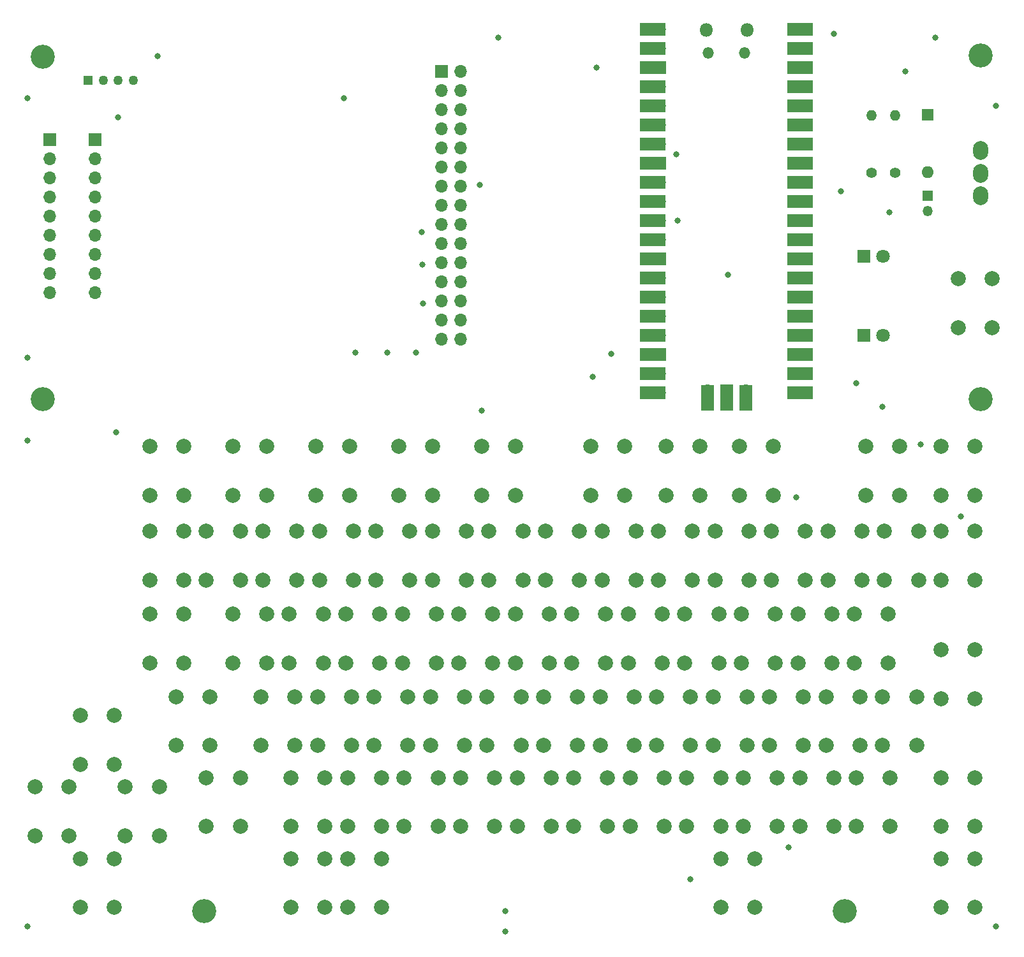
<source format=gts>
G04 #@! TF.GenerationSoftware,KiCad,Pcbnew,7.0.10*
G04 #@! TF.CreationDate,2024-04-20T09:04:07+09:00*
G04 #@! TF.ProjectId,msx0_keyboard,6d737830-5f6b-4657-9962-6f6172642e6b,rev?*
G04 #@! TF.SameCoordinates,PX30291a0PY2faf080*
G04 #@! TF.FileFunction,Soldermask,Top*
G04 #@! TF.FilePolarity,Negative*
%FSLAX46Y46*%
G04 Gerber Fmt 4.6, Leading zero omitted, Abs format (unit mm)*
G04 Created by KiCad (PCBNEW 7.0.10) date 2024-04-20 09:04:07*
%MOMM*%
%LPD*%
G01*
G04 APERTURE LIST*
%ADD10C,2.000000*%
%ADD11R,1.800000X1.800000*%
%ADD12C,1.800000*%
%ADD13C,1.400000*%
%ADD14O,1.400000X1.400000*%
%ADD15O,1.800000X1.800000*%
%ADD16O,1.500000X1.500000*%
%ADD17O,1.700000X1.700000*%
%ADD18R,3.500000X1.700000*%
%ADD19R,1.700000X1.700000*%
%ADD20R,1.700000X3.500000*%
%ADD21R,1.600000X1.600000*%
%ADD22O,1.600000X1.600000*%
%ADD23C,3.200000*%
%ADD24O,2.000000X2.500000*%
%ADD25R,1.270000X1.270000*%
%ADD26C,1.270000*%
%ADD27R,1.350000X1.350000*%
%ADD28O,1.350000X1.350000*%
%ADD29C,0.800000*%
G04 APERTURE END LIST*
D10*
X34000000Y-96500000D03*
X34000000Y-90000000D03*
X38500000Y-96500000D03*
X38500000Y-90000000D03*
X10000000Y-99000000D03*
X10000000Y-92500000D03*
X14500000Y-99000000D03*
X14500000Y-92500000D03*
X109000000Y-96500000D03*
X109000000Y-90000000D03*
X113500000Y-96500000D03*
X113500000Y-90000000D03*
D11*
X114000000Y-42000000D03*
D12*
X116540000Y-42000000D03*
D13*
X115006400Y-20408800D03*
D14*
X115006400Y-12788800D03*
D10*
X98000000Y-107250000D03*
X98000000Y-100750000D03*
X102500000Y-107250000D03*
X102500000Y-100750000D03*
X64250000Y-74500000D03*
X64250000Y-68000000D03*
X68750000Y-74500000D03*
X68750000Y-68000000D03*
D15*
X93050000Y-1500000D03*
D16*
X93350000Y-4530000D03*
X98200000Y-4530000D03*
D15*
X98500000Y-1500000D03*
D17*
X86885000Y-1370000D03*
D18*
X85985000Y-1370000D03*
D17*
X86885000Y-3910000D03*
D18*
X85985000Y-3910000D03*
D19*
X86885000Y-6450000D03*
D18*
X85985000Y-6450000D03*
D17*
X86885000Y-8990000D03*
D18*
X85985000Y-8990000D03*
D17*
X86885000Y-11530000D03*
D18*
X85985000Y-11530000D03*
D17*
X86885000Y-14070000D03*
D18*
X85985000Y-14070000D03*
D17*
X86885000Y-16610000D03*
D18*
X85985000Y-16610000D03*
D19*
X86885000Y-19150000D03*
D18*
X85985000Y-19150000D03*
D17*
X86885000Y-21690000D03*
D18*
X85985000Y-21690000D03*
D17*
X86885000Y-24230000D03*
D18*
X85985000Y-24230000D03*
D17*
X86885000Y-26770000D03*
D18*
X85985000Y-26770000D03*
D17*
X86885000Y-29310000D03*
D18*
X85985000Y-29310000D03*
D19*
X86885000Y-31850000D03*
D18*
X85985000Y-31850000D03*
D17*
X86885000Y-34390000D03*
D18*
X85985000Y-34390000D03*
D17*
X86885000Y-36930000D03*
D18*
X85985000Y-36930000D03*
D17*
X86885000Y-39470000D03*
D18*
X85985000Y-39470000D03*
D17*
X86885000Y-42010000D03*
D18*
X85985000Y-42010000D03*
D19*
X86885000Y-44550000D03*
D18*
X85985000Y-44550000D03*
D17*
X86885000Y-47090000D03*
D18*
X85985000Y-47090000D03*
D17*
X86885000Y-49630000D03*
D18*
X85985000Y-49630000D03*
D17*
X104665000Y-49630000D03*
D18*
X105565000Y-49630000D03*
D17*
X104665000Y-47090000D03*
D18*
X105565000Y-47090000D03*
D19*
X104665000Y-44550000D03*
D18*
X105565000Y-44550000D03*
D17*
X104665000Y-42010000D03*
D18*
X105565000Y-42010000D03*
D17*
X104665000Y-39470000D03*
D18*
X105565000Y-39470000D03*
D17*
X104665000Y-36930000D03*
D18*
X105565000Y-36930000D03*
D17*
X104665000Y-34390000D03*
D18*
X105565000Y-34390000D03*
D19*
X104665000Y-31850000D03*
D18*
X105565000Y-31850000D03*
D17*
X104665000Y-29310000D03*
D18*
X105565000Y-29310000D03*
D17*
X104665000Y-26770000D03*
D18*
X105565000Y-26770000D03*
D17*
X104665000Y-24230000D03*
D18*
X105565000Y-24230000D03*
D17*
X104665000Y-21690000D03*
D18*
X105565000Y-21690000D03*
D19*
X104665000Y-19150000D03*
D18*
X105565000Y-19150000D03*
D17*
X104665000Y-16610000D03*
D18*
X105565000Y-16610000D03*
D17*
X104665000Y-14070000D03*
D18*
X105565000Y-14070000D03*
D17*
X104665000Y-11530000D03*
D18*
X105565000Y-11530000D03*
D17*
X104665000Y-8990000D03*
D18*
X105565000Y-8990000D03*
D19*
X104665000Y-6450000D03*
D18*
X105565000Y-6450000D03*
D17*
X104665000Y-3910000D03*
D18*
X105565000Y-3910000D03*
D17*
X104665000Y-1370000D03*
D18*
X105565000Y-1370000D03*
D17*
X93235000Y-49400000D03*
D20*
X93235000Y-50300000D03*
D19*
X95775000Y-49400000D03*
D20*
X95775000Y-50300000D03*
D17*
X98315000Y-49400000D03*
D20*
X98315000Y-50300000D03*
D13*
X118156000Y-20459600D03*
D14*
X118156000Y-12839600D03*
D10*
X68000000Y-107250000D03*
X68000000Y-100750000D03*
X72500000Y-107250000D03*
X72500000Y-100750000D03*
X124250000Y-107250000D03*
X124250000Y-100750000D03*
X128750000Y-107250000D03*
X128750000Y-100750000D03*
X124250000Y-74500000D03*
X124250000Y-68000000D03*
X128750000Y-74500000D03*
X128750000Y-68000000D03*
X95000000Y-118000000D03*
X95000000Y-111500000D03*
X99500000Y-118000000D03*
X99500000Y-111500000D03*
X90250000Y-85500000D03*
X90250000Y-79000000D03*
X94750000Y-85500000D03*
X94750000Y-79000000D03*
D19*
X12000000Y-16000000D03*
D17*
X12000000Y-18540000D03*
X12000000Y-21080000D03*
X12000000Y-23620000D03*
X12000000Y-26160000D03*
X12000000Y-28700000D03*
X12000000Y-31240000D03*
X12000000Y-33780000D03*
X12000000Y-36320000D03*
D10*
X41500000Y-96500000D03*
X41500000Y-90000000D03*
X46000000Y-96500000D03*
X46000000Y-90000000D03*
X101500000Y-96500000D03*
X101500000Y-90000000D03*
X106000000Y-96500000D03*
X106000000Y-90000000D03*
X41750000Y-74500000D03*
X41750000Y-68000000D03*
X46250000Y-74500000D03*
X46250000Y-68000000D03*
X56500000Y-96500000D03*
X56500000Y-90000000D03*
X61000000Y-96500000D03*
X61000000Y-90000000D03*
X45250000Y-85500000D03*
X45250000Y-79000000D03*
X49750000Y-85500000D03*
X49750000Y-79000000D03*
X41250000Y-63250000D03*
X41250000Y-56750000D03*
X45750000Y-63250000D03*
X45750000Y-56750000D03*
X26750000Y-74500000D03*
X26750000Y-68000000D03*
X31250000Y-74500000D03*
X31250000Y-68000000D03*
D21*
X122500000Y-12690000D03*
D22*
X122500000Y-20310000D03*
D10*
X124250000Y-118000000D03*
X124250000Y-111500000D03*
X128750000Y-118000000D03*
X128750000Y-111500000D03*
X112750000Y-85500000D03*
X112750000Y-79000000D03*
X117250000Y-85500000D03*
X117250000Y-79000000D03*
X75250000Y-85500000D03*
X75250000Y-79000000D03*
X79750000Y-85500000D03*
X79750000Y-79000000D03*
X37750000Y-85500000D03*
X37750000Y-79000000D03*
X42250000Y-85500000D03*
X42250000Y-79000000D03*
X116500000Y-96500000D03*
X116500000Y-90000000D03*
X121000000Y-96500000D03*
X121000000Y-90000000D03*
D23*
X129500000Y-50500000D03*
D10*
X126500000Y-41000000D03*
X126500000Y-34500000D03*
X131000000Y-41000000D03*
X131000000Y-34500000D03*
X114250000Y-63250000D03*
X114250000Y-56750000D03*
X118750000Y-63250000D03*
X118750000Y-56750000D03*
D23*
X129500000Y-4880000D03*
D10*
X26750000Y-107250000D03*
X26750000Y-100750000D03*
X31250000Y-107250000D03*
X31250000Y-100750000D03*
X10000000Y-118000000D03*
X10000000Y-111500000D03*
X14500000Y-118000000D03*
X14500000Y-111500000D03*
X124250000Y-63250000D03*
X124250000Y-56750000D03*
X128750000Y-63250000D03*
X128750000Y-56750000D03*
X90500000Y-107250000D03*
X90500000Y-100750000D03*
X95000000Y-107250000D03*
X95000000Y-100750000D03*
X71750000Y-74500000D03*
X71750000Y-68000000D03*
X76250000Y-74500000D03*
X76250000Y-68000000D03*
X19250000Y-85500000D03*
X19250000Y-79000000D03*
X23750000Y-85500000D03*
X23750000Y-79000000D03*
X22750000Y-96500000D03*
X22750000Y-90000000D03*
X27250000Y-96500000D03*
X27250000Y-90000000D03*
X45500000Y-107250000D03*
X45500000Y-100750000D03*
X50000000Y-107250000D03*
X50000000Y-100750000D03*
X38000000Y-107250000D03*
X38000000Y-100750000D03*
X42500000Y-107250000D03*
X42500000Y-100750000D03*
D24*
X129500000Y-23500000D03*
X129500000Y-20500000D03*
X129500000Y-17500000D03*
D10*
X77750000Y-63250000D03*
X77750000Y-56750000D03*
X82250000Y-63250000D03*
X82250000Y-56750000D03*
X63250000Y-63250000D03*
X63250000Y-56750000D03*
X67750000Y-63250000D03*
X67750000Y-56750000D03*
X86750000Y-74500000D03*
X86750000Y-68000000D03*
X91250000Y-74500000D03*
X91250000Y-68000000D03*
D19*
X57960000Y-6940000D03*
D17*
X60500000Y-6940000D03*
X57960000Y-9480000D03*
X60500000Y-9480000D03*
X57960000Y-12020000D03*
X60500000Y-12020000D03*
X57960000Y-14560000D03*
X60500000Y-14560000D03*
X57960000Y-17100000D03*
X60500000Y-17100000D03*
X57960000Y-19640000D03*
X60500000Y-19640000D03*
X57960000Y-22180000D03*
X60500000Y-22180000D03*
X57960000Y-24720000D03*
X60500000Y-24720000D03*
X57960000Y-27260000D03*
X60500000Y-27260000D03*
X57960000Y-29800000D03*
X60500000Y-29800000D03*
X57960000Y-32340000D03*
X60500000Y-32340000D03*
X57960000Y-34880000D03*
X60500000Y-34880000D03*
X57960000Y-37420000D03*
X60500000Y-37420000D03*
X57960000Y-39960000D03*
X60500000Y-39960000D03*
X57960000Y-42500000D03*
X60500000Y-42500000D03*
D10*
X52250000Y-63250000D03*
X52250000Y-56750000D03*
X56750000Y-63250000D03*
X56750000Y-56750000D03*
X87750000Y-63250000D03*
X87750000Y-56750000D03*
X92250000Y-63250000D03*
X92250000Y-56750000D03*
X83000000Y-107250000D03*
X83000000Y-100750000D03*
X87500000Y-107250000D03*
X87500000Y-100750000D03*
X94000000Y-96500000D03*
X94000000Y-90000000D03*
X98500000Y-96500000D03*
X98500000Y-90000000D03*
X109250000Y-74500000D03*
X109250000Y-68000000D03*
X113750000Y-74500000D03*
X113750000Y-68000000D03*
X19250000Y-63250000D03*
X19250000Y-56750000D03*
X23750000Y-63250000D03*
X23750000Y-56750000D03*
D19*
X6000000Y-16000000D03*
D17*
X6000000Y-18540000D03*
X6000000Y-21080000D03*
X6000000Y-23620000D03*
X6000000Y-26160000D03*
X6000000Y-28700000D03*
X6000000Y-31240000D03*
X6000000Y-33780000D03*
X6000000Y-36320000D03*
D10*
X38000000Y-118000000D03*
X38000000Y-111500000D03*
X42500000Y-118000000D03*
X42500000Y-111500000D03*
X30250000Y-63250000D03*
X30250000Y-56750000D03*
X34750000Y-63250000D03*
X34750000Y-56750000D03*
X67750000Y-85500000D03*
X67750000Y-79000000D03*
X72250000Y-85500000D03*
X72250000Y-79000000D03*
X105250000Y-85500000D03*
X105250000Y-79000000D03*
X109750000Y-85500000D03*
X109750000Y-79000000D03*
D25*
X11069600Y-8115200D03*
D26*
X13071120Y-8115080D03*
X15067560Y-8115080D03*
X17069080Y-8115080D03*
D10*
X101750000Y-74500000D03*
X101750000Y-68000000D03*
X106250000Y-74500000D03*
X106250000Y-68000000D03*
D11*
X114000000Y-31500000D03*
D12*
X116540000Y-31500000D03*
D10*
X105500000Y-107250000D03*
X105500000Y-100750000D03*
X110000000Y-107250000D03*
X110000000Y-100750000D03*
X94250000Y-74500000D03*
X94250000Y-68000000D03*
X98750000Y-74500000D03*
X98750000Y-68000000D03*
X79000000Y-96500000D03*
X79000000Y-90000000D03*
X83500000Y-96500000D03*
X83500000Y-90000000D03*
X34250000Y-74500000D03*
X34250000Y-68000000D03*
X38750000Y-74500000D03*
X38750000Y-68000000D03*
X71500000Y-96500000D03*
X71500000Y-90000000D03*
X76000000Y-96500000D03*
X76000000Y-90000000D03*
D27*
X122500000Y-23500000D03*
D28*
X122500000Y-25500000D03*
D10*
X79250000Y-74500000D03*
X79250000Y-68000000D03*
X83750000Y-74500000D03*
X83750000Y-68000000D03*
X64000000Y-96500000D03*
X64000000Y-90000000D03*
X68500000Y-96500000D03*
X68500000Y-90000000D03*
X113000000Y-107250000D03*
X113000000Y-100750000D03*
X117500000Y-107250000D03*
X117500000Y-100750000D03*
D23*
X5000000Y-50500000D03*
D10*
X19250000Y-74500000D03*
X19250000Y-68000000D03*
X23750000Y-74500000D03*
X23750000Y-68000000D03*
X52750000Y-85500000D03*
X52750000Y-79000000D03*
X57250000Y-85500000D03*
X57250000Y-79000000D03*
X16000000Y-108500000D03*
X16000000Y-102000000D03*
X20500000Y-108500000D03*
X20500000Y-102000000D03*
X75500000Y-107250000D03*
X75500000Y-100750000D03*
X80000000Y-107250000D03*
X80000000Y-100750000D03*
D23*
X5000000Y-5000000D03*
X111500000Y-118500000D03*
D10*
X53000000Y-107250000D03*
X53000000Y-100750000D03*
X57500000Y-107250000D03*
X57500000Y-100750000D03*
X45500000Y-118000000D03*
X45500000Y-111500000D03*
X50000000Y-118000000D03*
X50000000Y-111500000D03*
D23*
X26500000Y-118500000D03*
D10*
X56750000Y-74500000D03*
X56750000Y-68000000D03*
X61250000Y-74500000D03*
X61250000Y-68000000D03*
X97750000Y-85500000D03*
X97750000Y-79000000D03*
X102250000Y-85500000D03*
X102250000Y-79000000D03*
X49250000Y-74500000D03*
X49250000Y-68000000D03*
X53750000Y-74500000D03*
X53750000Y-68000000D03*
X116750000Y-74500000D03*
X116750000Y-68000000D03*
X121250000Y-74500000D03*
X121250000Y-68000000D03*
X60500000Y-107250000D03*
X60500000Y-100750000D03*
X65000000Y-107250000D03*
X65000000Y-100750000D03*
X82750000Y-85500000D03*
X82750000Y-79000000D03*
X87250000Y-85500000D03*
X87250000Y-79000000D03*
X4000000Y-108500000D03*
X4000000Y-102000000D03*
X8500000Y-108500000D03*
X8500000Y-102000000D03*
X86500000Y-96500000D03*
X86500000Y-90000000D03*
X91000000Y-96500000D03*
X91000000Y-90000000D03*
X49000000Y-96500000D03*
X49000000Y-90000000D03*
X53500000Y-96500000D03*
X53500000Y-90000000D03*
X30250000Y-85500000D03*
X30250000Y-79000000D03*
X34750000Y-85500000D03*
X34750000Y-79000000D03*
X60250000Y-85500000D03*
X60250000Y-79000000D03*
X64750000Y-85500000D03*
X64750000Y-79000000D03*
X97500000Y-63250000D03*
X97500000Y-56750000D03*
X102000000Y-63250000D03*
X102000000Y-56750000D03*
X124250000Y-90250000D03*
X124250000Y-83750000D03*
X128750000Y-90250000D03*
X128750000Y-83750000D03*
D29*
X63000000Y-22000000D03*
X55468800Y-37782400D03*
X131500000Y-120500000D03*
X116500000Y-51500000D03*
X66441600Y-118452800D03*
X123500000Y-2500000D03*
X3000000Y-45000000D03*
X119500000Y-7000000D03*
X110000000Y-2000000D03*
X105000000Y-63500000D03*
X110993200Y-22898000D03*
X121500000Y-56500000D03*
X80500000Y-44500000D03*
X55418000Y-32651600D03*
X112974400Y-48348800D03*
X3000000Y-56000000D03*
X78000000Y-47500000D03*
X66441600Y-121145200D03*
X50744400Y-44335600D03*
X65500000Y-2500000D03*
X78500000Y-6500000D03*
X117381000Y-25709904D03*
X3000000Y-10500000D03*
X20264400Y-4965600D03*
X3000000Y-120500000D03*
X46528000Y-44284800D03*
X96000000Y-34000000D03*
X54554400Y-44335600D03*
X55367200Y-28282800D03*
X45000000Y-10500000D03*
X131500000Y-11500000D03*
X89090400Y-17993700D03*
X15067560Y-13042800D03*
X63250000Y-52029400D03*
X104000000Y-110000000D03*
X91000000Y-114274200D03*
X89253400Y-26770000D03*
X126855800Y-66078000D03*
X14778000Y-54851200D03*
M02*

</source>
